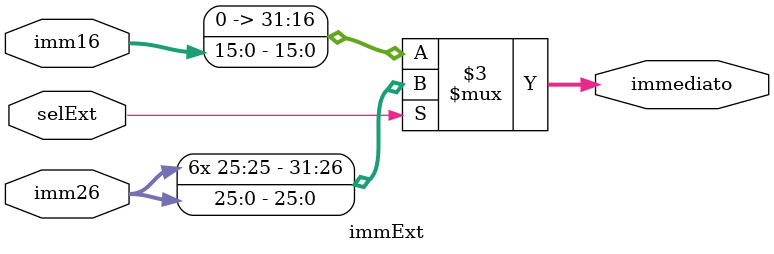
<source format=v>
`timescale 1ns / 1ps
module immExt(

		input selExt,
		input [15:0]imm16,
		input [25:0]imm26,
		
		output reg [31:0]immediato
    );

	always @*
	if(selExt)
		immediato = {imm26[25],imm26[25],imm26[25],imm26[25],imm26[25],imm26[25],imm26};
	else
		immediato = {16'b0,imm16};

endmodule

</source>
